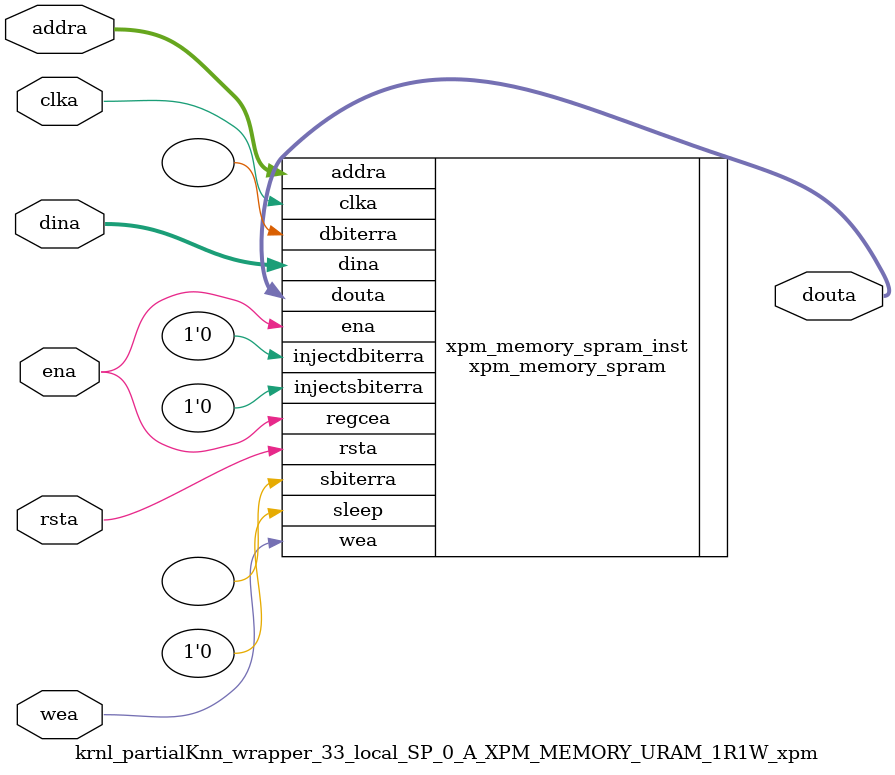
<source format=v>
`timescale 1 ns / 1 ps
module krnl_partialKnn_wrapper_33_local_SP_0_A_XPM_MEMORY_URAM_1R1W_xpm # (
  // Common module parameters
  parameter integer                 MEMORY_SIZE        = 524288,
  parameter                         MEMORY_PRIMITIVE   = "ultra",
  parameter                         ECC_MODE           = "no_ecc",
  parameter                         MEMORY_INIT_FILE   = "none",
  parameter                         WAKEUP_TIME        = "disable_sleep",
  parameter integer                 MESSAGE_CONTROL    = 0,
  // Port A module parameters
  parameter integer                 WRITE_DATA_WIDTH_A = 256,
  parameter integer                 READ_DATA_WIDTH_A  = WRITE_DATA_WIDTH_A,
  parameter integer                 BYTE_WRITE_WIDTH_A = WRITE_DATA_WIDTH_A,
  parameter integer                 ADDR_WIDTH_A       = 11,
  parameter                         READ_RESET_VALUE_A = "0",
  parameter integer                 READ_LATENCY_A     = 1,
  parameter                         WRITE_MODE_A       = "read_first"
) (
  // Port A module ports
  input  wire                                               clka,
  input  wire                                               rsta,
  input  wire                                               ena,
  input  wire [(WRITE_DATA_WIDTH_A/BYTE_WRITE_WIDTH_A)-1:0] wea,
  input  wire [ADDR_WIDTH_A-1:0]                            addra,
  input  wire [WRITE_DATA_WIDTH_A-1:0]                      dina,
  output wire [READ_DATA_WIDTH_A-1:0]                       douta
);
// Set parameter values and connect ports to instantiate an XPM_MEMORY single port RAM configuration
xpm_memory_spram # (
  // Common module parameters
  .MEMORY_SIZE        (MEMORY_SIZE),   //positive integer
  .MEMORY_PRIMITIVE   (MEMORY_PRIMITIVE),      //string; "auto", "distributed", "block" or "ultra";
  .ECC_MODE           (ECC_MODE),      //do not change
  .MEMORY_INIT_FILE   (MEMORY_INIT_FILE), //string; "none" or "<filename>.mem" 
  .MEMORY_INIT_PARAM  (""), //string;
  .WAKEUP_TIME        (WAKEUP_TIME),      //string; "disable_sleep" or "use_sleep_pin"
  .MESSAGE_CONTROL    (MESSAGE_CONTROL),      //do not change
  // Port A module parameters
  .WRITE_DATA_WIDTH_A (WRITE_DATA_WIDTH_A),     //positive integer
  .READ_DATA_WIDTH_A  (READ_DATA_WIDTH_A),     //positive integer
  .BYTE_WRITE_WIDTH_A (BYTE_WRITE_WIDTH_A),     //integer; 8, 9, or WRITE_DATA_WIDTH_A value
  .ADDR_WIDTH_A       (ADDR_WIDTH_A),      //positive integer
  .READ_RESET_VALUE_A (READ_RESET_VALUE_A),  //string
  .READ_LATENCY_A     (READ_LATENCY_A),      //non-negative integer
  .WRITE_MODE_A       (WRITE_MODE_A)       //string; "write_first", "read_first", "no_change"
) xpm_memory_spram_inst (
  // Common module ports
  .sleep          (1'b0),  //do not change
  // Port A module ports
  .clka           (clka),
  .rsta           (rsta),
  .ena            (ena),
  .regcea         (ena),
  .wea            (wea),
  .addra          (addra),
  .dina           (dina),
  .injectsbiterra (1'b0),  //do not change
  .injectdbiterra (1'b0),  //do not change
  .douta          (douta),
  .sbiterra       (),      //do not change
  .dbiterra       ()       //do not change
);
endmodule
</source>
